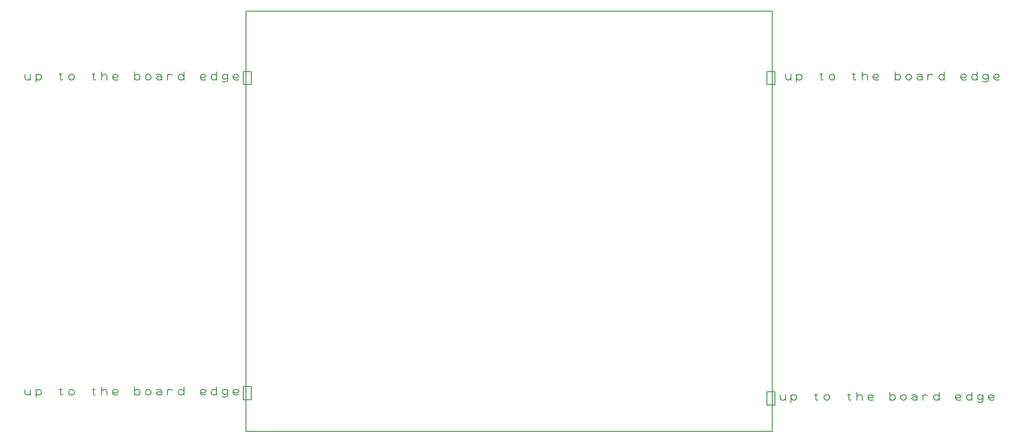
<source format=gbr>
%FSLAX36Y36*%
%MOMM*%
G04 EasyPC Gerber Version 18.0.8 Build 3632 *
%ADD71C,0.12700*%
%ADD141C,0.20830*%
X0Y0D02*
D02*
D71*
X41604200Y9347700D02*
X43104200D01*
Y11847700*
X41604200*
Y9347700*
Y69347700D02*
X43104200D01*
Y71847700*
X41604200*
Y69347700*
X42104200Y3347700D02*
X142104200D01*
Y83347700*
X42104200*
Y3347700*
X142604200Y8347700D02*
X141104200D01*
Y10847700*
X142604200*
Y8347700*
Y69347700D02*
X141104200D01*
Y71847700*
X142604200*
Y69347700*
D02*
D141*
X104200Y11279600D02*
Y10628800D01*
X234400Y10368400*
X494700Y10238200*
X755100*
X1015400Y10368400*
X1145600Y10628800*
Y11279600D02*
Y10238200D01*
X2187000Y11279600D02*
Y9847700D01*
Y10628800D02*
X2317200Y10368400D01*
X2577500Y10238200*
X2837900*
X3098200Y10368400*
X3228400Y10628800*
Y10889100*
X3098200Y11149500*
X2837900Y11279600*
X2577500*
X2317200Y11149500*
X2187000Y10889100*
Y10628800*
X6613000Y11279600D02*
X7133700D01*
X6873300Y11540000D02*
Y10368400D01*
X7003500Y10238200*
X7133700*
X7263800Y10368400*
X8435400Y10628800D02*
X8565600Y10368400D01*
X8825900Y10238200*
X9086300*
X9346600Y10368400*
X9476800Y10628800*
Y10889100*
X9346600Y11149500*
X9086300Y11279600*
X8825900*
X8565600Y11149500*
X8435400Y10889100*
Y10628800*
X12861400Y11279600D02*
X13382100D01*
X13121700Y11540000D02*
Y10368400D01*
X13251900Y10238200*
X13382100*
X13512200Y10368400*
X14683800Y10238200D02*
Y11800300D01*
Y10889100D02*
X14814000Y11149500D01*
X15074300Y11279600*
X15334700*
X15595000Y11149500*
X15725200Y10889100*
Y10238200*
X17808000Y10368400D02*
X17677800Y10238200D01*
X17417500*
X17157100*
X16896800Y10368400*
X16766600Y10628800*
Y11019300*
X16896800Y11149500*
X17157100Y11279600*
X17417500*
X17677800Y11149500*
X17808000Y11019300*
Y10889100*
X17677800Y10758900*
X17417500Y10628800*
X17157100*
X16896800Y10758900*
X16766600Y10889100*
X20932200Y10628800D02*
X21062400Y10368400D01*
X21322700Y10238200*
X21583100*
X21843400Y10368400*
X21973600Y10628800*
Y10889100*
X21843400Y11149500*
X21583100Y11279600*
X21322700*
X21062400Y11149500*
X20932200Y10889100*
Y10238200D02*
Y11800300D01*
X23015000Y10628800D02*
X23145200Y10368400D01*
X23405500Y10238200*
X23665900*
X23926200Y10368400*
X24056400Y10628800*
Y10889100*
X23926200Y11149500*
X23665900Y11279600*
X23405500*
X23145200Y11149500*
X23015000Y10889100*
Y10628800*
X25097800Y11149500D02*
X25358200Y11279600D01*
X25748700*
X26009000Y11149500*
X26139200Y10889100*
Y10498600*
X26009000Y10368400*
X25748700Y10238200*
X25488300*
X25228000Y10368400*
X25097800Y10498600*
Y10628800*
X25228000Y10758900*
X25488300Y10889100*
X25748700*
X26009000Y10758900*
X26139200Y10628800*
Y10498600D02*
Y10238200D01*
X27180600D02*
Y11279600D01*
Y10889100D02*
X27310800Y11149500D01*
X27571100Y11279600*
X27831500*
X28091800Y11149500*
X30304800Y10889100D02*
X30174600Y11149500D01*
X29914300Y11279600*
X29653900*
X29393600Y11149500*
X29263400Y10889100*
Y10628800*
X29393600Y10368400*
X29653900Y10238200*
X29914300*
X30174600Y10368400*
X30304800Y10628800*
Y10238200D02*
Y11800300D01*
X34470400Y10368400D02*
X34340200Y10238200D01*
X34079900*
X33819500*
X33559200Y10368400*
X33429000Y10628800*
Y11019300*
X33559200Y11149500*
X33819500Y11279600*
X34079900*
X34340200Y11149500*
X34470400Y11019300*
Y10889100*
X34340200Y10758900*
X34079900Y10628800*
X33819500*
X33559200Y10758900*
X33429000Y10889100*
X36553200D02*
X36423000Y11149500D01*
X36162700Y11279600*
X35902300*
X35642000Y11149500*
X35511800Y10889100*
Y10628800*
X35642000Y10368400*
X35902300Y10238200*
X36162700*
X36423000Y10368400*
X36553200Y10628800*
Y10238200D02*
Y11800300D01*
X38636000Y10889100D02*
X38505800Y11149500D01*
X38245500Y11279600*
X37985100*
X37724800Y11149500*
X37594600Y10889100*
Y10758900*
X37724800Y10498600*
X37985100Y10368400*
X38245500*
X38505800Y10498600*
X38636000Y10758900*
Y11279600D02*
Y10238200D01*
X38505800Y9977900*
X38245500Y9847700*
X37855000*
X37594600Y9977900*
X40718800Y10368400D02*
X40588600Y10238200D01*
X40328300*
X40067900*
X39807600Y10368400*
X39677400Y10628800*
Y11019300*
X39807600Y11149500*
X40067900Y11279600*
X40328300*
X40588600Y11149500*
X40718800Y11019300*
Y10889100*
X40588600Y10758900*
X40328300Y10628800*
X40067900*
X39807600Y10758900*
X39677400Y10889100*
X104200Y71279600D02*
Y70628800D01*
X234400Y70368400*
X494700Y70238200*
X755100*
X1015400Y70368400*
X1145600Y70628800*
Y71279600D02*
Y70238200D01*
X2187000Y71279600D02*
Y69847700D01*
Y70628800D02*
X2317200Y70368400D01*
X2577500Y70238200*
X2837900*
X3098200Y70368400*
X3228400Y70628800*
Y70889100*
X3098200Y71149500*
X2837900Y71279600*
X2577500*
X2317200Y71149500*
X2187000Y70889100*
Y70628800*
X6613000Y71279600D02*
X7133700D01*
X6873300Y71540000D02*
Y70368400D01*
X7003500Y70238200*
X7133700*
X7263800Y70368400*
X8435400Y70628800D02*
X8565600Y70368400D01*
X8825900Y70238200*
X9086300*
X9346600Y70368400*
X9476800Y70628800*
Y70889100*
X9346600Y71149500*
X9086300Y71279600*
X8825900*
X8565600Y71149500*
X8435400Y70889100*
Y70628800*
X12861400Y71279600D02*
X13382100D01*
X13121700Y71540000D02*
Y70368400D01*
X13251900Y70238200*
X13382100*
X13512200Y70368400*
X14683800Y70238200D02*
Y71800300D01*
Y70889100D02*
X14814000Y71149500D01*
X15074300Y71279600*
X15334700*
X15595000Y71149500*
X15725200Y70889100*
Y70238200*
X17808000Y70368400D02*
X17677800Y70238200D01*
X17417500*
X17157100*
X16896800Y70368400*
X16766600Y70628800*
Y71019300*
X16896800Y71149500*
X17157100Y71279600*
X17417500*
X17677800Y71149500*
X17808000Y71019300*
Y70889100*
X17677800Y70758900*
X17417500Y70628800*
X17157100*
X16896800Y70758900*
X16766600Y70889100*
X20932200Y70628800D02*
X21062400Y70368400D01*
X21322700Y70238200*
X21583100*
X21843400Y70368400*
X21973600Y70628800*
Y70889100*
X21843400Y71149500*
X21583100Y71279600*
X21322700*
X21062400Y71149500*
X20932200Y70889100*
Y70238200D02*
Y71800300D01*
X23015000Y70628800D02*
X23145200Y70368400D01*
X23405500Y70238200*
X23665900*
X23926200Y70368400*
X24056400Y70628800*
Y70889100*
X23926200Y71149500*
X23665900Y71279600*
X23405500*
X23145200Y71149500*
X23015000Y70889100*
Y70628800*
X25097800Y71149500D02*
X25358200Y71279600D01*
X25748700*
X26009000Y71149500*
X26139200Y70889100*
Y70498600*
X26009000Y70368400*
X25748700Y70238200*
X25488300*
X25228000Y70368400*
X25097800Y70498600*
Y70628800*
X25228000Y70758900*
X25488300Y70889100*
X25748700*
X26009000Y70758900*
X26139200Y70628800*
Y70498600D02*
Y70238200D01*
X27180600D02*
Y71279600D01*
Y70889100D02*
X27310800Y71149500D01*
X27571100Y71279600*
X27831500*
X28091800Y71149500*
X30304800Y70889100D02*
X30174600Y71149500D01*
X29914300Y71279600*
X29653900*
X29393600Y71149500*
X29263400Y70889100*
Y70628800*
X29393600Y70368400*
X29653900Y70238200*
X29914300*
X30174600Y70368400*
X30304800Y70628800*
Y70238200D02*
Y71800300D01*
X34470400Y70368400D02*
X34340200Y70238200D01*
X34079900*
X33819500*
X33559200Y70368400*
X33429000Y70628800*
Y71019300*
X33559200Y71149500*
X33819500Y71279600*
X34079900*
X34340200Y71149500*
X34470400Y71019300*
Y70889100*
X34340200Y70758900*
X34079900Y70628800*
X33819500*
X33559200Y70758900*
X33429000Y70889100*
X36553200D02*
X36423000Y71149500D01*
X36162700Y71279600*
X35902300*
X35642000Y71149500*
X35511800Y70889100*
Y70628800*
X35642000Y70368400*
X35902300Y70238200*
X36162700*
X36423000Y70368400*
X36553200Y70628800*
Y70238200D02*
Y71800300D01*
X38636000Y70889100D02*
X38505800Y71149500D01*
X38245500Y71279600*
X37985100*
X37724800Y71149500*
X37594600Y70889100*
Y70758900*
X37724800Y70498600*
X37985100Y70368400*
X38245500*
X38505800Y70498600*
X38636000Y70758900*
Y71279600D02*
Y70238200D01*
X38505800Y69977900*
X38245500Y69847700*
X37855000*
X37594600Y69977900*
X40718800Y70368400D02*
X40588600Y70238200D01*
X40328300*
X40067900*
X39807600Y70368400*
X39677400Y70628800*
Y71019300*
X39807600Y71149500*
X40067900Y71279600*
X40328300*
X40588600Y71149500*
X40718800Y71019300*
Y70889100*
X40588600Y70758900*
X40328300Y70628800*
X40067900*
X39807600Y70758900*
X39677400Y70889100*
X143604200Y10279600D02*
Y9628800D01*
X143734400Y9368400*
X143994700Y9238200*
X144255100*
X144515400Y9368400*
X144645600Y9628800*
Y10279600D02*
Y9238200D01*
X145687000Y10279600D02*
Y8847700D01*
Y9628800D02*
X145817200Y9368400D01*
X146077500Y9238200*
X146337900*
X146598200Y9368400*
X146728400Y9628800*
Y9889100*
X146598200Y10149500*
X146337900Y10279600*
X146077500*
X145817200Y10149500*
X145687000Y9889100*
Y9628800*
X150113000Y10279600D02*
X150633700D01*
X150373300Y10540000D02*
Y9368400D01*
X150503500Y9238200*
X150633700*
X150763800Y9368400*
X151935400Y9628800D02*
X152065600Y9368400D01*
X152325900Y9238200*
X152586300*
X152846600Y9368400*
X152976800Y9628800*
Y9889100*
X152846600Y10149500*
X152586300Y10279600*
X152325900*
X152065600Y10149500*
X151935400Y9889100*
Y9628800*
X156361400Y10279600D02*
X156882100D01*
X156621700Y10540000D02*
Y9368400D01*
X156751900Y9238200*
X156882100*
X157012200Y9368400*
X158183800Y9238200D02*
Y10800300D01*
Y9889100D02*
X158314000Y10149500D01*
X158574300Y10279600*
X158834700*
X159095000Y10149500*
X159225200Y9889100*
Y9238200*
X161308000Y9368400D02*
X161177800Y9238200D01*
X160917500*
X160657100*
X160396800Y9368400*
X160266600Y9628800*
Y10019300*
X160396800Y10149500*
X160657100Y10279600*
X160917500*
X161177800Y10149500*
X161308000Y10019300*
Y9889100*
X161177800Y9758900*
X160917500Y9628800*
X160657100*
X160396800Y9758900*
X160266600Y9889100*
X164432200Y9628800D02*
X164562400Y9368400D01*
X164822700Y9238200*
X165083100*
X165343400Y9368400*
X165473600Y9628800*
Y9889100*
X165343400Y10149500*
X165083100Y10279600*
X164822700*
X164562400Y10149500*
X164432200Y9889100*
Y9238200D02*
Y10800300D01*
X166515000Y9628800D02*
X166645200Y9368400D01*
X166905500Y9238200*
X167165900*
X167426200Y9368400*
X167556400Y9628800*
Y9889100*
X167426200Y10149500*
X167165900Y10279600*
X166905500*
X166645200Y10149500*
X166515000Y9889100*
Y9628800*
X168597800Y10149500D02*
X168858200Y10279600D01*
X169248700*
X169509000Y10149500*
X169639200Y9889100*
Y9498600*
X169509000Y9368400*
X169248700Y9238200*
X168988300*
X168728000Y9368400*
X168597800Y9498600*
Y9628800*
X168728000Y9758900*
X168988300Y9889100*
X169248700*
X169509000Y9758900*
X169639200Y9628800*
Y9498600D02*
Y9238200D01*
X170680600D02*
Y10279600D01*
Y9889100D02*
X170810800Y10149500D01*
X171071100Y10279600*
X171331500*
X171591800Y10149500*
X173804800Y9889100D02*
X173674600Y10149500D01*
X173414300Y10279600*
X173153900*
X172893600Y10149500*
X172763400Y9889100*
Y9628800*
X172893600Y9368400*
X173153900Y9238200*
X173414300*
X173674600Y9368400*
X173804800Y9628800*
Y9238200D02*
Y10800300D01*
X177970400Y9368400D02*
X177840200Y9238200D01*
X177579900*
X177319500*
X177059200Y9368400*
X176929000Y9628800*
Y10019300*
X177059200Y10149500*
X177319500Y10279600*
X177579900*
X177840200Y10149500*
X177970400Y10019300*
Y9889100*
X177840200Y9758900*
X177579900Y9628800*
X177319500*
X177059200Y9758900*
X176929000Y9889100*
X180053200D02*
X179923000Y10149500D01*
X179662700Y10279600*
X179402300*
X179142000Y10149500*
X179011800Y9889100*
Y9628800*
X179142000Y9368400*
X179402300Y9238200*
X179662700*
X179923000Y9368400*
X180053200Y9628800*
Y9238200D02*
Y10800300D01*
X182136000Y9889100D02*
X182005800Y10149500D01*
X181745500Y10279600*
X181485100*
X181224800Y10149500*
X181094600Y9889100*
Y9758900*
X181224800Y9498600*
X181485100Y9368400*
X181745500*
X182005800Y9498600*
X182136000Y9758900*
Y10279600D02*
Y9238200D01*
X182005800Y8977900*
X181745500Y8847700*
X181355000*
X181094600Y8977900*
X184218800Y9368400D02*
X184088600Y9238200D01*
X183828300*
X183567900*
X183307600Y9368400*
X183177400Y9628800*
Y10019300*
X183307600Y10149500*
X183567900Y10279600*
X183828300*
X184088600Y10149500*
X184218800Y10019300*
Y9889100*
X184088600Y9758900*
X183828300Y9628800*
X183567900*
X183307600Y9758900*
X183177400Y9889100*
X144604200Y71279600D02*
Y70628800D01*
X144734400Y70368400*
X144994700Y70238200*
X145255100*
X145515400Y70368400*
X145645600Y70628800*
Y71279600D02*
Y70238200D01*
X146687000Y71279600D02*
Y69847700D01*
Y70628800D02*
X146817200Y70368400D01*
X147077500Y70238200*
X147337900*
X147598200Y70368400*
X147728400Y70628800*
Y70889100*
X147598200Y71149500*
X147337900Y71279600*
X147077500*
X146817200Y71149500*
X146687000Y70889100*
Y70628800*
X151113000Y71279600D02*
X151633700D01*
X151373300Y71540000D02*
Y70368400D01*
X151503500Y70238200*
X151633700*
X151763800Y70368400*
X152935400Y70628800D02*
X153065600Y70368400D01*
X153325900Y70238200*
X153586300*
X153846600Y70368400*
X153976800Y70628800*
Y70889100*
X153846600Y71149500*
X153586300Y71279600*
X153325900*
X153065600Y71149500*
X152935400Y70889100*
Y70628800*
X157361400Y71279600D02*
X157882100D01*
X157621700Y71540000D02*
Y70368400D01*
X157751900Y70238200*
X157882100*
X158012200Y70368400*
X159183800Y70238200D02*
Y71800300D01*
Y70889100D02*
X159314000Y71149500D01*
X159574300Y71279600*
X159834700*
X160095000Y71149500*
X160225200Y70889100*
Y70238200*
X162308000Y70368400D02*
X162177800Y70238200D01*
X161917500*
X161657100*
X161396800Y70368400*
X161266600Y70628800*
Y71019300*
X161396800Y71149500*
X161657100Y71279600*
X161917500*
X162177800Y71149500*
X162308000Y71019300*
Y70889100*
X162177800Y70758900*
X161917500Y70628800*
X161657100*
X161396800Y70758900*
X161266600Y70889100*
X165432200Y70628800D02*
X165562400Y70368400D01*
X165822700Y70238200*
X166083100*
X166343400Y70368400*
X166473600Y70628800*
Y70889100*
X166343400Y71149500*
X166083100Y71279600*
X165822700*
X165562400Y71149500*
X165432200Y70889100*
Y70238200D02*
Y71800300D01*
X167515000Y70628800D02*
X167645200Y70368400D01*
X167905500Y70238200*
X168165900*
X168426200Y70368400*
X168556400Y70628800*
Y70889100*
X168426200Y71149500*
X168165900Y71279600*
X167905500*
X167645200Y71149500*
X167515000Y70889100*
Y70628800*
X169597800Y71149500D02*
X169858200Y71279600D01*
X170248700*
X170509000Y71149500*
X170639200Y70889100*
Y70498600*
X170509000Y70368400*
X170248700Y70238200*
X169988300*
X169728000Y70368400*
X169597800Y70498600*
Y70628800*
X169728000Y70758900*
X169988300Y70889100*
X170248700*
X170509000Y70758900*
X170639200Y70628800*
Y70498600D02*
Y70238200D01*
X171680600D02*
Y71279600D01*
Y70889100D02*
X171810800Y71149500D01*
X172071100Y71279600*
X172331500*
X172591800Y71149500*
X174804800Y70889100D02*
X174674600Y71149500D01*
X174414300Y71279600*
X174153900*
X173893600Y71149500*
X173763400Y70889100*
Y70628800*
X173893600Y70368400*
X174153900Y70238200*
X174414300*
X174674600Y70368400*
X174804800Y70628800*
Y70238200D02*
Y71800300D01*
X178970400Y70368400D02*
X178840200Y70238200D01*
X178579900*
X178319500*
X178059200Y70368400*
X177929000Y70628800*
Y71019300*
X178059200Y71149500*
X178319500Y71279600*
X178579900*
X178840200Y71149500*
X178970400Y71019300*
Y70889100*
X178840200Y70758900*
X178579900Y70628800*
X178319500*
X178059200Y70758900*
X177929000Y70889100*
X181053200D02*
X180923000Y71149500D01*
X180662700Y71279600*
X180402300*
X180142000Y71149500*
X180011800Y70889100*
Y70628800*
X180142000Y70368400*
X180402300Y70238200*
X180662700*
X180923000Y70368400*
X181053200Y70628800*
Y70238200D02*
Y71800300D01*
X183136000Y70889100D02*
X183005800Y71149500D01*
X182745500Y71279600*
X182485100*
X182224800Y71149500*
X182094600Y70889100*
Y70758900*
X182224800Y70498600*
X182485100Y70368400*
X182745500*
X183005800Y70498600*
X183136000Y70758900*
Y71279600D02*
Y70238200D01*
X183005800Y69977900*
X182745500Y69847700*
X182355000*
X182094600Y69977900*
X185218800Y70368400D02*
X185088600Y70238200D01*
X184828300*
X184567900*
X184307600Y70368400*
X184177400Y70628800*
Y71019300*
X184307600Y71149500*
X184567900Y71279600*
X184828300*
X185088600Y71149500*
X185218800Y71019300*
Y70889100*
X185088600Y70758900*
X184828300Y70628800*
X184567900*
X184307600Y70758900*
X184177400Y70889100*
X0Y0D02*
M02*

</source>
